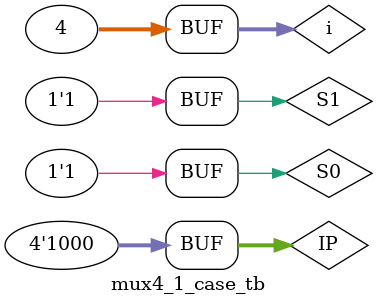
<source format=v>
module mux4_1_using_case (
     input [3:0]ip ,input s1,s0,
     output reg y
);

always @(*) begin
    case({s1,s0})
    2'd0:y=ip[0];
    2'd1:y=ip[1];
    2'd2:y=ip[2];
    2'd3:y=ip[3];
   

    endcase
    
end


    
endmodule

module mux4_1_case_tb;

 

wire Y;
reg [3:0]IP;
reg S1,S0;
integer i;

mux4_1_using_case dut  (
    .ip(IP),
    .s1(S1), .s0(S0),
    .y(Y)
);

initial 
begin
    $monitor("[%t] INPUTS=%B,SELECT LINES=%B, OUTPUTLINESSELECTED=%d ",$time,IP,{S1,S0},i);
    for(i=0;i<4;i=i+1)
    begin
        #10; IP=(2**i); {S1,S0}=i;
    end
end
endmodule
</source>
